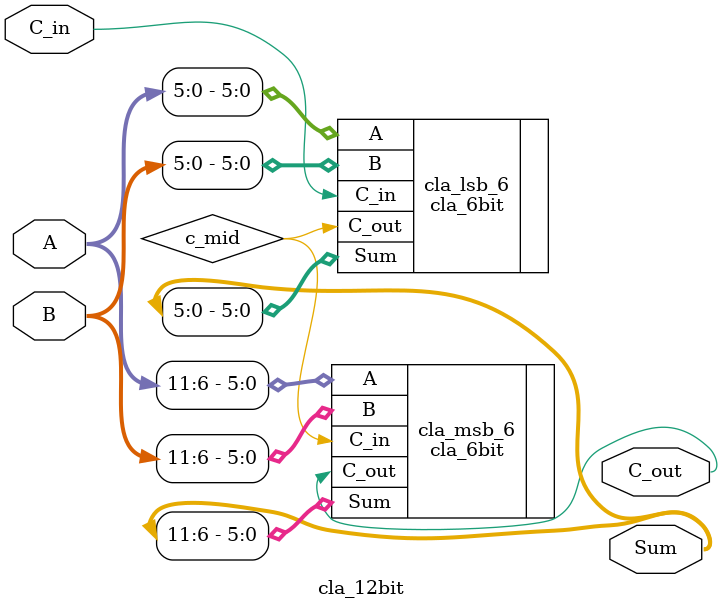
<source format=sv>
module cla_12bit (
    input  logic [11:0] A,    // 12-bit input A
    input  logic [11:0] B,    // 12-bit input B
    input  logic        C_in, // Carry-in
    output logic [11:0] Sum,  // 12-bit Sum
    output logic        C_out // Carry-out
);

    logic c_mid; // Intermediate carry between the two 6-bit CLA blocks

    // Lower 6 bits (0 to 5)
    cla_6bit cla_lsb_6 (
        .A(A[5:0]),
        .B(B[5:0]),
        .C_in(C_in),
        .Sum(Sum[5:0]),
        .C_out(c_mid)
    );

    // Upper 6 bits (6 to 11)
    cla_6bit cla_msb_6 (
        .A(A[11:6]),
        .B(B[11:6]),
        .C_in(c_mid),   // Carry-in is the carry-out from the LSB block
        .Sum(Sum[11:6]),
        .C_out(C_out)
    );

endmodule: cla_12bit
</source>
